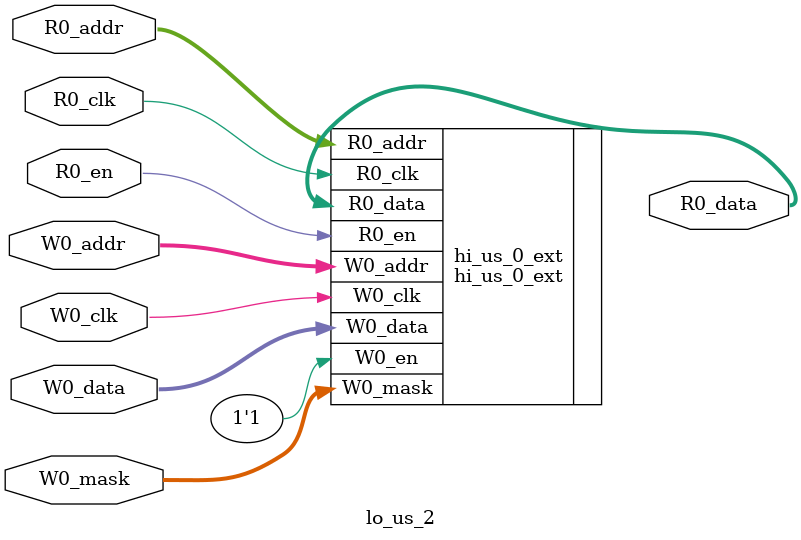
<source format=sv>
`ifndef RANDOMIZE
  `ifdef RANDOMIZE_REG_INIT
    `define RANDOMIZE
  `endif // RANDOMIZE_REG_INIT
`endif // not def RANDOMIZE
`ifndef RANDOMIZE
  `ifdef RANDOMIZE_MEM_INIT
    `define RANDOMIZE
  `endif // RANDOMIZE_MEM_INIT
`endif // not def RANDOMIZE

`ifndef RANDOM
  `define RANDOM $random
`endif // not def RANDOM

// Users can define 'PRINTF_COND' to add an extra gate to prints.
`ifndef PRINTF_COND_
  `ifdef PRINTF_COND
    `define PRINTF_COND_ (`PRINTF_COND)
  `else  // PRINTF_COND
    `define PRINTF_COND_ 1
  `endif // PRINTF_COND
`endif // not def PRINTF_COND_

// Users can define 'ASSERT_VERBOSE_COND' to add an extra gate to assert error printing.
`ifndef ASSERT_VERBOSE_COND_
  `ifdef ASSERT_VERBOSE_COND
    `define ASSERT_VERBOSE_COND_ (`ASSERT_VERBOSE_COND)
  `else  // ASSERT_VERBOSE_COND
    `define ASSERT_VERBOSE_COND_ 1
  `endif // ASSERT_VERBOSE_COND
`endif // not def ASSERT_VERBOSE_COND_

// Users can define 'STOP_COND' to add an extra gate to stop conditions.
`ifndef STOP_COND_
  `ifdef STOP_COND
    `define STOP_COND_ (`STOP_COND)
  `else  // STOP_COND
    `define STOP_COND_ 1
  `endif // STOP_COND
`endif // not def STOP_COND_

// Users can define INIT_RANDOM as general code that gets injected into the
// initializer block for modules with registers.
`ifndef INIT_RANDOM
  `define INIT_RANDOM
`endif // not def INIT_RANDOM

// If using random initialization, you can also define RANDOMIZE_DELAY to
// customize the delay used, otherwise 0.002 is used.
`ifndef RANDOMIZE_DELAY
  `define RANDOMIZE_DELAY 0.002
`endif // not def RANDOMIZE_DELAY

// Define INIT_RANDOM_PROLOG_ for use in our modules below.
`ifndef INIT_RANDOM_PROLOG_
  `ifdef RANDOMIZE
    `ifdef VERILATOR
      `define INIT_RANDOM_PROLOG_ `INIT_RANDOM
    `else  // VERILATOR
      `define INIT_RANDOM_PROLOG_ `INIT_RANDOM #`RANDOMIZE_DELAY begin end
    `endif // VERILATOR
  `else  // RANDOMIZE
    `define INIT_RANDOM_PROLOG_
  `endif // RANDOMIZE
`endif // not def INIT_RANDOM_PROLOG_

module lo_us_2(	// @[tage.scala:90:27]
  input  [7:0] R0_addr,
  input        R0_en,
               R0_clk,
  input  [7:0] W0_addr,
  input        W0_clk,
  input  [3:0] W0_data,
               W0_mask,
  output [3:0] R0_data
);

  hi_us_0_ext hi_us_0_ext (	// @[tage.scala:90:27]
    .R0_addr (R0_addr),
    .R0_en   (R0_en),
    .R0_clk  (R0_clk),
    .W0_addr (W0_addr),
    .W0_en   (1'h1),
    .W0_clk  (W0_clk),
    .W0_data (W0_data),
    .W0_mask (W0_mask),
    .R0_data (R0_data)
  );
endmodule


</source>
